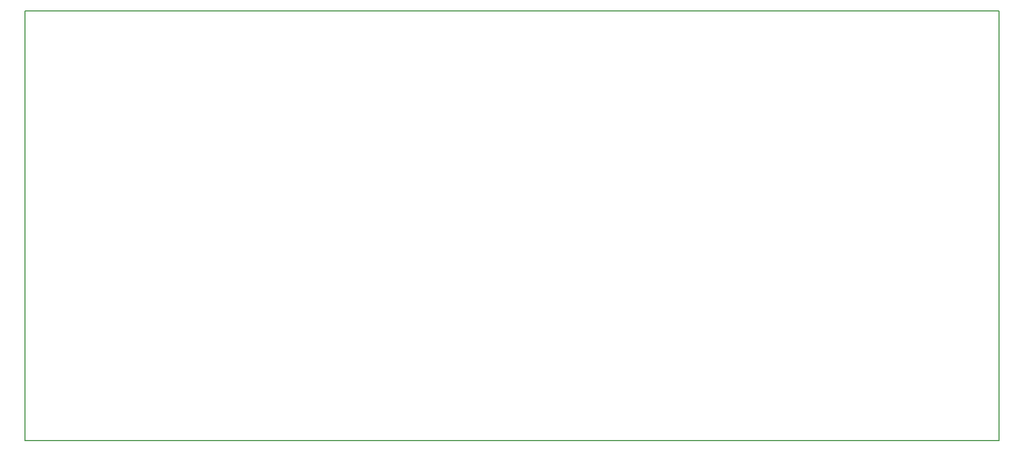
<source format=gbr>
%TF.GenerationSoftware,KiCad,Pcbnew,(6.0.0)*%
%TF.CreationDate,2023-05-12T18:23:08+02:00*%
%TF.ProjectId,keyboard,6b657962-6f61-4726-942e-6b696361645f,rev?*%
%TF.SameCoordinates,Original*%
%TF.FileFunction,Profile,NP*%
%FSLAX46Y46*%
G04 Gerber Fmt 4.6, Leading zero omitted, Abs format (unit mm)*
G04 Created by KiCad (PCBNEW (6.0.0)) date 2023-05-12 18:23:08*
%MOMM*%
%LPD*%
G01*
G04 APERTURE LIST*
%TA.AperFunction,Profile*%
%ADD10C,0.200000*%
%TD*%
G04 APERTURE END LIST*
D10*
X41500000Y-45000000D02*
X200000000Y-45000000D01*
X200000000Y-45000000D02*
X200000000Y-115000000D01*
X200000000Y-115000000D02*
X41500000Y-115000000D01*
X41500000Y-115000000D02*
X41500000Y-45000000D01*
M02*

</source>
